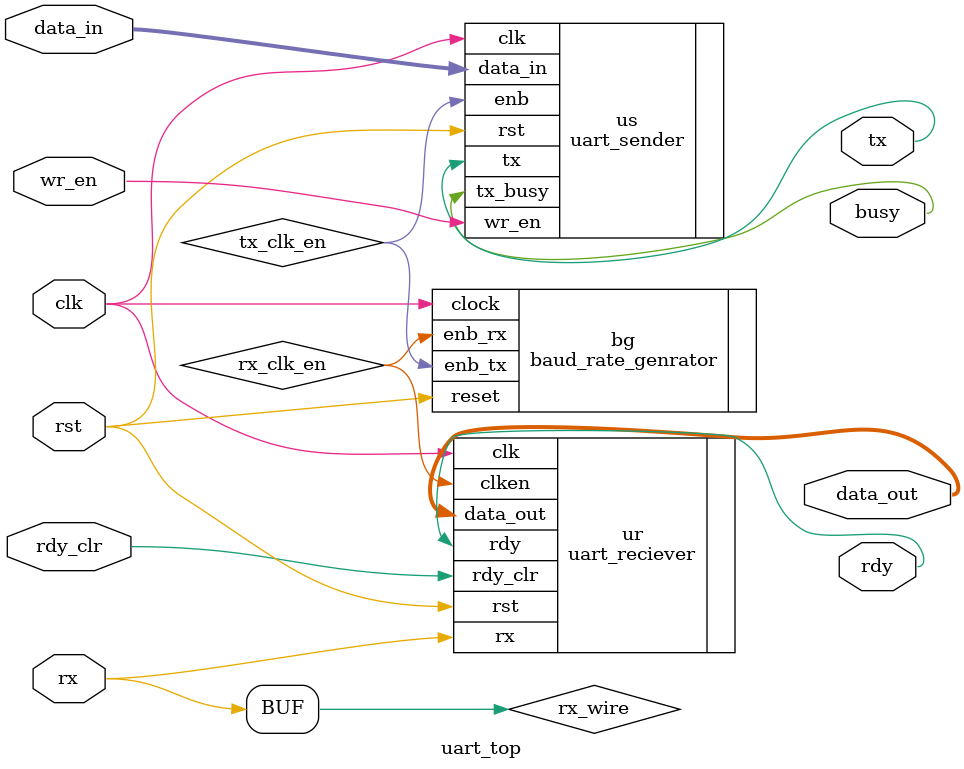
<source format=v>
`timescale 1ns / 1ps

module uart_top (
    input clk,
    input rst,
    input wr_en,
    input [7:0] data_in,
    input rdy_clr,
    input rx,           
    output tx,          
    output rdy,
    output busy,
    output [7:0] data_out
);

    wire rx_clk_en; 
    wire tx_clk_en; 

    wire rx_wire = rx; 

    // 1. Baud Rate Generator Instance
    baud_rate_genrator bg (
        .clock(clk),
        .reset(rst),
        .enb_tx(tx_clk_en),
        .enb_rx(rx_clk_en)
    );

    // 2. UART Sender (Transmitter) Instance
    uart_sender us (
        .clk(clk),
        .wr_en(wr_en),
        .enb(tx_clk_en),
        .rst(rst),
        .data_in(data_in),
        .tx(tx),         
        .tx_busy(busy)
    );

    // 3. UART Receiver Instance
    uart_reciever ur (
        .clk(clk),
        .rst(rst),
        .rx(rx_wire),    
        .rdy_clr(rdy_clr),
        .clken(rx_clk_en),
        .rdy(rdy),
        .data_out(data_out)
    );

endmodule

</source>
